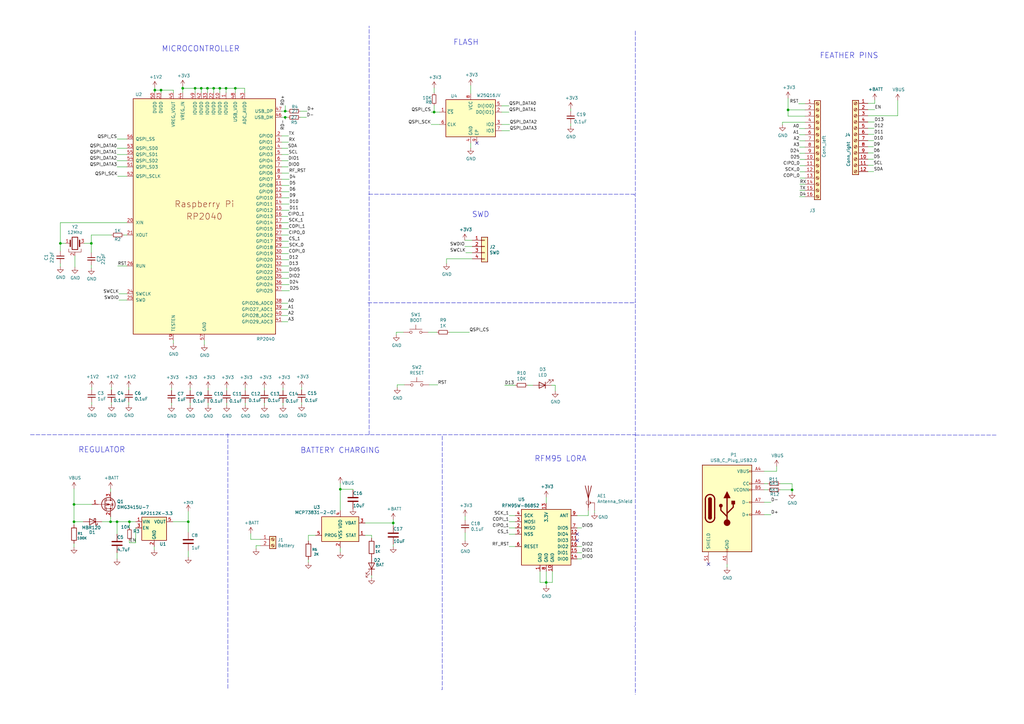
<source format=kicad_sch>
(kicad_sch (version 20211123) (generator eeschema)
  (paper "A3")
  (title_block (title "PicoWAN") (date "2021-01-30") (rev "1.0") (company "ElectronicCats") (comment 4 "Andres Sabas"))
  (junction (at 116.967 45.593))
  (junction (at 92.71 36.195))
  (junction (at 82.55 36.195))
  (junction (at 45.339 213.995))
  (junction (at 224.028 238.887))
  (junction (at 85.09 36.195))
  (junction (at 161.29 214.503))
  (junction (at 87.63 36.195))
  (junction (at 63.5 36.957))
  (junction (at 139.573 200.66))
  (junction (at 90.17 36.195))
  (junction (at 37.465 99.822))
  (junction (at 96.52 36.195))
  (junction (at 80.01 36.195))
  (junction (at 324.866 200.914))
  (junction (at 48.006 213.995))
  (junction (at 30.353 213.995))
  (junction (at 178.054 45.974))
  (junction (at 116.967 48.133))
  (junction (at 77.216 213.995))
  (junction (at 30.353 206.883))
  (junction (at 53.086 213.995))
  (junction (at 24.765 99.822))
  (junction (at 323.215 45.085))
  (junction (at 74.93 36.195))
  (junction (at 66.04 36.957))
  (no_connect (at 290.576 231.394))
  (no_connect (at 236.728 221.615))
  (no_connect (at 236.728 219.075))
  (no_connect (at 195.58 58.674))
  (wire (pts (xy 139.573 198.247) (xy 139.573 200.66)))
  (wire (pts (xy 208.788 211.455) (xy 211.328 211.455)))
  (wire (pts (xy 52.832 164.973) (xy 52.832 165.989)))
  (wire (pts (xy 236.728 224.155) (xy 238.633 224.155)))
  (wire (pts (xy 115.57 101.473) (xy 118.491 101.473)))
  (wire (pts (xy 313.436 211.074) (xy 316.23 211.074)))
  (wire (pts (xy 227.711 157.988) (xy 227.711 160.401)))
  (wire (pts (xy 330.2 57.785) (xy 327.914 57.785)))
  (wire (pts (xy 178.054 45.974) (xy 176.784 45.974)))
  (wire (pts (xy 126.492 219.583) (xy 129.413 219.583)))
  (wire (pts (xy 355.981 52.578) (xy 358.521 52.578)))
  (wire (pts (xy 221.488 234.315) (xy 221.488 238.887)))
  (wire (pts (xy 30.353 213.995) (xy 30.353 215.265)))
  (wire (pts (xy 190.754 213.36) (xy 190.754 211.709)))
  (wire (pts (xy 77.216 213.995) (xy 77.216 218.313)))
  (wire (pts (xy 45.72 159.893) (xy 45.72 158.877)))
  (polyline (pts (xy 260.477 124.206) (xy 260.477 123.825)))
  (wire (pts (xy 77.216 213.995) (xy 70.866 213.995)))
  (wire (pts (xy 52.07 57.023) (xy 48.006 57.023)))
  (wire (pts (xy 115.57 114.173) (xy 118.491 114.173)))
  (wire (pts (xy 330.2 80.645) (xy 327.914 80.645)))
  (wire (pts (xy 236.728 226.695) (xy 238.633 226.695)))
  (wire (pts (xy 115.57 78.613) (xy 118.618 78.613)))
  (wire (pts (xy 37.592 164.973) (xy 37.592 165.989)))
  (wire (pts (xy 115.57 93.853) (xy 118.364 93.853)))
  (wire (pts (xy 45.339 213.995) (xy 48.006 213.995)))
  (wire (pts (xy 330.2 62.865) (xy 327.914 62.865)))
  (wire (pts (xy 37.592 159.893) (xy 37.592 158.877)))
  (wire (pts (xy 115.57 126.873) (xy 118.11 126.873)))
  (wire (pts (xy 115.57 88.773) (xy 118.11 88.773)))
  (wire (pts (xy 52.07 109.093) (xy 48.26 109.093)))
  (wire (pts (xy 87.63 37.973) (xy 87.63 36.195)))
  (wire (pts (xy 180.34 45.974) (xy 178.054 45.974)))
  (wire (pts (xy 87.63 36.195) (xy 90.17 36.195)))
  (wire (pts (xy 48.006 213.995) (xy 48.006 219.075)))
  (wire (pts (xy 139.573 200.66) (xy 139.573 209.423)))
  (wire (pts (xy 115.57 91.313) (xy 118.364 91.313)))
  (wire (pts (xy 80.01 36.195) (xy 82.55 36.195)))
  (wire (pts (xy 175.641 136.271) (xy 179.197 136.271)))
  (wire (pts (xy 52.07 96.393) (xy 50.8 96.393)))
  (wire (pts (xy 30.353 206.883) (xy 30.353 200.406)))
  (wire (pts (xy 100.584 160.147) (xy 100.584 159.131)))
  (polyline (pts (xy 151.257 79.629) (xy 260.096 79.629)))
  (wire (pts (xy 70.358 165.227) (xy 70.358 166.243)))
  (wire (pts (xy 85.09 36.195) (xy 87.63 36.195)))
  (wire (pts (xy 324.866 198.374) (xy 324.866 200.914)))
  (wire (pts (xy 355.981 67.818) (xy 358.267 67.818)))
  (wire (pts (xy 205.74 51.054) (xy 209.042 51.054)))
  (wire (pts (xy 313.436 193.294) (xy 318.516 193.294)))
  (wire (pts (xy 161.29 214.503) (xy 161.29 213.106)))
  (wire (pts (xy 55.626 216.535) (xy 55.626 222.631)))
  (wire (pts (xy 355.981 44.958) (xy 358.775 44.958)))
  (wire (pts (xy 115.57 60.833) (xy 118.11 60.833)))
  (wire (pts (xy 298.196 231.394) (xy 298.196 232.664)))
  (wire (pts (xy 176.022 157.861) (xy 179.578 157.861)))
  (wire (pts (xy 102.87 221.234) (xy 102.87 218.821)))
  (polyline (pts (xy 12.446 178.308) (xy 260.604 178.308)))
  (wire (pts (xy 162.941 157.861) (xy 162.941 158.877)))
  (wire (pts (xy 323.215 47.625) (xy 323.215 45.085)))
  (wire (pts (xy 193.04 58.674) (xy 193.04 60.706)))
  (wire (pts (xy 37.465 109.982) (xy 37.465 108.712)))
  (wire (pts (xy 193.675 103.632) (xy 191.008 103.632)))
  (wire (pts (xy 77.216 209.677) (xy 77.216 213.995)))
  (wire (pts (xy 330.2 67.945) (xy 328.041 67.945)))
  (wire (pts (xy 85.344 160.147) (xy 85.344 159.131)))
  (wire (pts (xy 149.733 214.503) (xy 161.29 214.503)))
  (wire (pts (xy 330.2 75.565) (xy 328.041 75.565)))
  (wire (pts (xy 115.57 55.753) (xy 118.364 55.753)))
  (wire (pts (xy 236.728 211.455) (xy 241.3 211.455)))
  (wire (pts (xy 115.57 45.593) (xy 116.967 45.593)))
  (wire (pts (xy 236.728 216.535) (xy 238.633 216.535)))
  (wire (pts (xy 82.55 36.195) (xy 85.09 36.195)))
  (wire (pts (xy 37.465 96.393) (xy 45.72 96.393)))
  (wire (pts (xy 224.028 238.887) (xy 224.028 234.315)))
  (wire (pts (xy 85.09 37.973) (xy 85.09 36.195)))
  (wire (pts (xy 208.788 216.535) (xy 211.328 216.535)))
  (polyline (pts (xy 260.096 79.629) (xy 260.096 80.137)))
  (wire (pts (xy 115.57 58.293) (xy 118.364 58.293)))
  (wire (pts (xy 149.733 219.583) (xy 152.4 219.583)))
  (polyline (pts (xy 260.35 256.921) (xy 260.096 256.921)))
  (wire (pts (xy 45.72 164.973) (xy 45.72 165.989)))
  (wire (pts (xy 180.34 51.054) (xy 176.784 51.054)))
  (wire (pts (xy 236.728 229.235) (xy 238.633 229.235)))
  (wire (pts (xy 24.765 99.822) (xy 24.765 102.997)))
  (wire (pts (xy 115.57 116.713) (xy 118.618 116.713)))
  (wire (pts (xy 116.967 45.593) (xy 118.11 45.593)))
  (wire (pts (xy 34.163 213.995) (xy 30.353 213.995)))
  (wire (pts (xy 330.2 52.705) (xy 327.787 52.705)))
  (wire (pts (xy 74.93 36.195) (xy 74.93 35.433)))
  (wire (pts (xy 183.134 106.172) (xy 193.675 106.172)))
  (wire (pts (xy 320.929 50.165) (xy 330.2 50.165)))
  (wire (pts (xy 52.07 72.263) (xy 48.26 72.263)))
  (wire (pts (xy 161.29 214.503) (xy 161.29 215.646)))
  (wire (pts (xy 208.788 219.075) (xy 211.328 219.075)))
  (wire (pts (xy 48.006 226.695) (xy 48.006 229.235)))
  (wire (pts (xy 115.57 63.373) (xy 118.364 63.373)))
  (wire (pts (xy 52.07 60.833) (xy 48.006 60.833)))
  (wire (pts (xy 115.57 109.093) (xy 118.491 109.093)))
  (wire (pts (xy 115.57 106.553) (xy 118.491 106.553)))
  (wire (pts (xy 152.4 219.583) (xy 152.4 220.726)))
  (wire (pts (xy 368.173 47.498) (xy 368.173 41.148)))
  (wire (pts (xy 63.5 36.957) (xy 66.04 36.957)))
  (wire (pts (xy 53.086 213.995) (xy 48.006 213.995)))
  (wire (pts (xy 205.74 43.434) (xy 208.788 43.434)))
  (wire (pts (xy 55.626 222.631) (xy 53.086 222.631)))
  (wire (pts (xy 330.2 60.325) (xy 327.914 60.325)))
  (wire (pts (xy 330.2 42.545) (xy 327.533 42.545)))
  (wire (pts (xy 115.57 86.233) (xy 118.618 86.233)))
  (wire (pts (xy 100.584 165.227) (xy 100.584 166.243)))
  (wire (pts (xy 139.573 226.441) (xy 139.573 224.663)))
  (wire (pts (xy 41.783 213.995) (xy 45.339 213.995)))
  (wire (pts (xy 30.353 206.883) (xy 30.353 213.995)))
  (wire (pts (xy 123.698 159.893) (xy 123.698 158.877)))
  (wire (pts (xy 355.981 62.738) (xy 358.267 62.738)))
  (wire (pts (xy 234.061 45.593) (xy 234.061 44.577)))
  (wire (pts (xy 70.358 160.147) (xy 70.358 159.131)))
  (wire (pts (xy 92.964 160.147) (xy 92.964 159.131)))
  (wire (pts (xy 45.339 211.963) (xy 45.339 213.995)))
  (wire (pts (xy 115.57 119.253) (xy 118.745 119.253)))
  (wire (pts (xy 92.964 165.227) (xy 92.964 166.243)))
  (wire (pts (xy 45.339 200.406) (xy 45.339 201.803)))
  (wire (pts (xy 52.07 65.913) (xy 48.006 65.913)))
  (wire (pts (xy 115.57 73.533) (xy 118.618 73.533)))
  (wire (pts (xy 71.12 139.573) (xy 71.12 140.843)))
  (wire (pts (xy 96.52 37.973) (xy 96.52 36.195)))
  (wire (pts (xy 320.04 198.374) (xy 324.866 198.374)))
  (wire (pts (xy 324.866 200.914) (xy 324.866 201.93)))
  (polyline (pts (xy 150.876 124.206) (xy 260.477 124.206)))
  (polyline (pts (xy 181.356 178.816) (xy 181.356 282.829)))
  (wire (pts (xy 190.754 218.44) (xy 190.754 221.742)))
  (wire (pts (xy 226.568 238.887) (xy 226.568 234.315)))
  (wire (pts (xy 116.967 49.022) (xy 116.967 48.133)))
  (wire (pts (xy 24.765 91.313) (xy 24.765 99.822)))
  (polyline (pts (xy 582.803 258.953) (xy 582.803 260.604)))
  (wire (pts (xy 318.516 193.294) (xy 318.516 191.262)))
  (wire (pts (xy 355.981 42.418) (xy 358.775 42.418)))
  (wire (pts (xy 165.862 157.861) (xy 162.941 157.861)))
  (wire (pts (xy 115.57 65.913) (xy 118.237 65.913)))
  (wire (pts (xy 115.57 48.133) (xy 116.967 48.133)))
  (wire (pts (xy 184.277 136.271) (xy 192.532 136.271)))
  (wire (pts (xy 123.698 164.973) (xy 123.698 165.989)))
  (wire (pts (xy 108.458 165.227) (xy 108.458 166.243)))
  (wire (pts (xy 115.57 111.633) (xy 118.491 111.633)))
  (wire (pts (xy 226.187 157.988) (xy 227.711 157.988)))
  (wire (pts (xy 115.57 131.953) (xy 118.11 131.953)))
  (wire (pts (xy 165.481 136.271) (xy 162.56 136.271)))
  (wire (pts (xy 90.17 36.195) (xy 92.71 36.195)))
  (wire (pts (xy 320.04 200.914) (xy 324.866 200.914)))
  (wire (pts (xy 330.2 45.085) (xy 323.215 45.085)))
  (wire (pts (xy 193.675 101.092) (xy 190.627 101.092)))
  (wire (pts (xy 358.775 42.418) (xy 358.775 41.021)))
  (polyline (pts (xy 260.604 12.7) (xy 260.604 284.861)))
  (wire (pts (xy 53.086 216.535) (xy 53.086 213.995)))
  (wire (pts (xy 355.981 70.358) (xy 358.394 70.358)))
  (wire (pts (xy 205.74 45.974) (xy 208.788 45.974)))
  (wire (pts (xy 355.981 60.198) (xy 358.267 60.198)))
  (wire (pts (xy 100.33 36.195) (xy 96.52 36.195)))
  (wire (pts (xy 105.029 223.774) (xy 106.807 223.774)))
  (wire (pts (xy 115.57 70.993) (xy 118.491 70.993)))
  (wire (pts (xy 355.981 50.038) (xy 358.648 50.038)))
  (wire (pts (xy 178.054 43.18) (xy 178.054 45.974)))
  (wire (pts (xy 126.492 221.869) (xy 126.492 219.583)))
  (wire (pts (xy 105.029 225.044) (xy 105.029 223.774)))
  (wire (pts (xy 74.93 37.973) (xy 74.93 36.195)))
  (wire (pts (xy 162.56 136.271) (xy 162.56 137.287)))
  (wire (pts (xy 115.57 124.333) (xy 118.11 124.333)))
  (wire (pts (xy 193.04 38.354) (xy 193.04 35.052)))
  (wire (pts (xy 243.84 210.312) (xy 243.84 209.423)))
  (wire (pts (xy 241.3 211.455) (xy 241.3 209.423)))
  (wire (pts (xy 330.2 73.025) (xy 328.041 73.025)))
  (wire (pts (xy 63.5 36.957) (xy 63.5 35.941)))
  (wire (pts (xy 224.028 238.887) (xy 226.568 238.887)))
  (wire (pts (xy 313.436 205.994) (xy 316.23 205.994)))
  (wire (pts (xy 178.054 38.1) (xy 178.054 36.068)))
  (wire (pts (xy 30.353 222.885) (xy 30.353 224.409)))
  (wire (pts (xy 24.765 99.822) (xy 26.924 99.822)))
  (wire (pts (xy 52.07 123.063) (xy 48.768 123.063)))
  (wire (pts (xy 52.832 159.893) (xy 52.832 158.877)))
  (wire (pts (xy 71.12 37.973) (xy 71.12 36.957)))
  (wire (pts (xy 37.465 96.393) (xy 37.465 99.822)))
  (polyline (pts (xy 260.604 178.435) (xy 408.559 178.435)))
  (wire (pts (xy 161.29 224.155) (xy 161.29 223.266)))
  (wire (pts (xy 208.788 213.995) (xy 211.328 213.995)))
  (wire (pts (xy 126.492 230.632) (xy 126.492 229.489)))
  (wire (pts (xy 90.17 37.973) (xy 90.17 36.195)))
  (wire (pts (xy 115.57 68.453) (xy 118.237 68.453)))
  (wire (pts (xy 52.07 68.453) (xy 48.006 68.453)))
  (wire (pts (xy 83.82 139.573) (xy 83.82 141.351)))
  (wire (pts (xy 106.807 221.234) (xy 102.87 221.234)))
  (wire (pts (xy 115.57 81.153) (xy 118.618 81.153)))
  (wire (pts (xy 52.07 91.313) (xy 24.765 91.313)))
  (wire (pts (xy 77.216 225.933) (xy 77.216 228.473)))
  (wire (pts (xy 63.5 37.973) (xy 63.5 36.957)))
  (wire (pts (xy 193.675 98.552) (xy 190.627 98.552)))
  (wire (pts (xy 63.246 225.425) (xy 63.246 224.155)))
  (wire (pts (xy 224.028 203.962) (xy 224.028 206.375)))
  (wire (pts (xy 205.74 53.594) (xy 209.042 53.594)))
  (wire (pts (xy 323.215 45.085) (xy 323.215 40.259)))
  (wire (pts (xy 37.465 99.822) (xy 37.465 103.632)))
  (wire (pts (xy 115.57 104.013) (xy 118.364 104.013)))
  (wire (pts (xy 85.344 165.227) (xy 85.344 166.243)))
  (wire (pts (xy 355.981 55.118) (xy 358.521 55.118)))
  (wire (pts (xy 100.33 37.973) (xy 100.33 36.195)))
  (wire (pts (xy 34.544 99.822) (xy 37.465 99.822)))
  (polyline (pts (xy 181.356 282.829) (xy 181.102 282.829)))
  (wire (pts (xy 183.134 106.172) (xy 183.134 108.077)))
  (wire (pts (xy 71.12 36.957) (xy 66.04 36.957)))
  (wire (pts (xy 55.626 213.995) (xy 53.086 213.995)))
  (wire (pts (xy 330.2 70.485) (xy 328.041 70.485)))
  (polyline (pts (xy 151.384 178.308) (xy 151.384 10.668)))
  (wire (pts (xy 77.978 160.147) (xy 77.978 159.131)))
  (wire (pts (xy 218.567 157.988) (xy 216.408 157.988)))
  (wire (pts (xy 208.788 224.155) (xy 211.328 224.155)))
  (wire (pts (xy 234.061 50.673) (xy 234.061 51.689)))
  (wire (pts (xy 123.19 48.133) (xy 125.73 48.133)))
  (wire (pts (xy 74.93 36.195) (xy 80.01 36.195)))
  (wire (pts (xy 330.2 55.245) (xy 327.787 55.245)))
  (wire (pts (xy 80.01 37.973) (xy 80.01 36.195)))
  (wire (pts (xy 53.086 222.631) (xy 53.086 221.615)))
  (wire (pts (xy 355.981 65.278) (xy 358.267 65.278)))
  (wire (pts (xy 152.4 235.966) (xy 152.4 236.982)))
  (wire (pts (xy 355.981 47.498) (xy 368.173 47.498)))
  (wire (pts (xy 116.078 160.147) (xy 116.078 159.131)))
  (wire (pts (xy 123.19 45.593) (xy 125.984 45.593)))
  (wire (pts (xy 24.765 109.347) (xy 24.765 108.077)))
  (wire (pts (xy 144.78 200.66) (xy 139.573 200.66)))
  (wire (pts (xy 115.57 96.393) (xy 118.364 96.393)))
  (wire (pts (xy 52.07 63.373) (xy 48.006 63.373)))
  (wire (pts (xy 92.71 36.195) (xy 92.71 37.973)))
  (wire (pts (xy 66.04 36.957) (xy 66.04 37.973)))
  (wire (pts (xy 30.353 206.883) (xy 37.719 206.883)))
  (wire (pts (xy 320.929 50.165) (xy 320.929 51.181)))
  (wire (pts (xy 96.52 36.195) (xy 92.71 36.195)))
  (wire (pts (xy 355.981 57.658) (xy 358.394 57.658)))
  (wire (pts (xy 116.078 165.227) (xy 116.078 166.243)))
  (polyline (pts (xy 260.604 283.083) (xy 260.731 283.083)))
  (wire (pts (xy 115.57 129.413) (xy 118.11 129.413)))
  (wire (pts (xy 30.734 109.601) (xy 30.734 104.902)))
  (wire (pts (xy 330.2 65.405) (xy 328.041 65.405)))
  (wire (pts (xy 144.78 201.041) (xy 144.78 200.66)))
  (wire (pts (xy 116.967 43.307) (xy 116.967 45.593)))
  (wire (pts (xy 52.07 120.523) (xy 48.768 120.523)))
  (wire (pts (xy 116.967 48.133) (xy 118.11 48.133)))
  (wire (pts (xy 82.55 37.973) (xy 82.55 36.195)))
  (wire (pts (xy 115.57 98.933) (xy 118.364 98.933)))
  (wire (pts (xy 108.458 160.147) (xy 108.458 159.131)))
  (wire (pts (xy 221.488 238.887) (xy 224.028 238.887)))
  (wire (pts (xy 77.978 165.227) (xy 77.978 166.243)))
  (wire (pts (xy 115.57 76.073) (xy 118.618 76.073)))
  (wire (pts (xy 313.436 198.374) (xy 314.96 198.374)))
  (polyline (pts (xy 93.472 177.8) (xy 93.472 282.702)))
  (wire (pts (xy 211.328 157.988) (xy 207.01 157.988)))
  (wire (pts (xy 330.2 78.105) (xy 328.041 78.105)))
  (wire (pts (xy 224.028 240.157) (xy 224.028 238.887)))
  (wire (pts (xy 313.436 200.914) (xy 314.96 200.914)))
  (wire (pts (xy 323.215 47.625) (xy 330.2 47.625)))
  (wire (pts (xy 115.57 83.693) (xy 118.618 83.693)))
  (text "SWD" (at 193.548 89.408 0) (effects (font (size 2.2606 2.2606)) (justify left bottom)))
  (text "FLASH" (at 185.928 18.796 0) (effects (font (size 2.2606 2.2606)) (justify left bottom)))
  (text "REGULATOR" (at 32.131 185.928 0) (effects (font (size 2.2606 2.2606)) (justify left bottom)))
  (text "FEATHER PINS" (at 336.169 24.257 0) (effects (font (size 2.2606 2.2606)) (justify left bottom)))
  (text "MICROCONTROLLER" (at 66.294 21.463 0) (effects (font (size 2.2606 2.2606)) (justify left bottom)))
  (text "BATTERY CHARGING" (at 123.19 186.182 0) (effects (font (size 2.2606 2.2606)) (justify left bottom)))
  (text "RFM95 LORA" (at 219.202 189.611 0) (effects (font (size 2.2606 2.2606)) (justify left bottom)))
  (label "D13" (at 358.648 50.038 0))
  (label "RF_RST" (at 208.788 224.155 180))
  (label "DIO1" (at 118.237 65.913 0))
  (label "DIO2" (at 238.633 224.155 0))
  (label "SDA" (at 118.11 60.833 0))
  (label "CIPO_1" (at 118.11 88.773 0))
  (label "D13" (at 207.01 157.988 0))
  (label "A1" (at 118.11 126.873 0))
  (label "QSPI_DATA0" (at 208.788 43.434 0))
  (label "CS_1" (at 118.364 98.933 0))
  (label "D10" (at 358.394 57.658 0))
  (label "CS_1" (at 208.788 219.075 180))
  (label "RST" (at 48.26 109.093 0))
  (label "D25" (at 118.745 119.253 0))
  (label "QSPI_DATA3" (at 48.006 68.453 180))
  (label "RD-" (at 116.967 49.022 270))
  (label "QSPI_SCK" (at 176.784 51.054 180))
  (label "COPI_0" (at 328.041 73.025 180))
  (label "D5" (at 358.267 65.278 0))
  (label "RX" (at 118.364 58.293 0))
  (label "SWDIO" (at 48.768 123.063 180))
  (label "D-" (at 316.23 205.994 0))
  (label "D-" (at 125.73 48.133 0))
  (label "SCK_0" (at 328.041 70.485 180))
  (label "QSPI_DATA0" (at 48.006 60.833 180))
  (label "RD+" (at 116.967 43.307 90))
  (label "QSPI_DATA2" (at 209.042 51.054 0))
  (label "D24" (at 327.914 62.865 180))
  (label "DIO2" (at 118.491 114.173 0))
  (label "D5" (at 118.618 76.073 0))
  (label "A0" (at 118.11 124.333 0))
  (label "A3" (at 327.914 60.325 180))
  (label "RF_RST" (at 118.491 70.993 0))
  (label "D13" (at 118.491 109.093 0))
  (label "A2" (at 118.11 129.413 0))
  (label "SDA" (at 358.394 70.358 0))
  (label "TX" (at 118.364 55.753 0))
  (label "A0" (at 327.787 52.705 180))
  (label "EN" (at 53.213 222.631 0))
  (label "D11" (at 358.521 55.118 0))
  (label "D12" (at 358.521 52.578 0))
  (label "D+" (at 125.984 45.593 0))
  (label "D4" (at 118.618 73.533 0))
  (label "COPI_1" (at 208.788 213.995 180))
  (label "SCK_0" (at 118.491 101.473 0))
  (label "D12" (at 118.491 106.553 0))
  (label "TX" (at 328.041 78.105 0))
  (label "QSPI_DATA3" (at 209.042 53.594 0))
  (label "QSPI_CS" (at 176.784 45.974 180))
  (label "RST" (at 327.533 42.545 180))
  (label "QSPI_SCK" (at 48.26 72.263 180))
  (label "SWCLK" (at 48.768 120.523 180))
  (label "SCL" (at 358.267 67.818 0))
  (label "A2" (at 327.914 57.785 180))
  (label "DIO5" (at 238.633 216.535 0))
  (label "COPI_1" (at 118.364 93.853 0))
  (label "D+" (at 316.23 211.074 0))
  (label "DIO0" (at 238.633 229.235 0))
  (label "SCK_1" (at 208.788 211.455 180))
  (label "QSPI_CS" (at 192.532 136.271 0))
  (label "D24" (at 118.618 116.713 0))
  (label "D25" (at 328.041 65.405 180))
  (label "D6" (at 118.618 78.613 0))
  (label "DIO5" (at 118.491 111.633 0))
  (label "DIO1" (at 238.633 226.695 0))
  (label "SCL" (at 118.364 63.373 0))
  (label "A1" (at 327.787 55.245 180))
  (label "QSPI_CS" (at 48.006 57.023 180))
  (label "DIO0" (at 118.237 68.453 0))
  (label "EN" (at 358.775 44.958 0))
  (label "D9" (at 118.618 81.153 0))
  (label "CIPO_1" (at 208.788 216.535 180))
  (label "CIPO_0" (at 328.041 67.945 180))
  (label "D6" (at 358.267 62.738 0))
  (label "SWDIO" (at 190.627 101.092 180))
  (label "D9" (at 358.267 60.198 0))
  (label "QSPI_DATA1" (at 48.006 63.373 180))
  (label "QSPI_DATA1" (at 208.788 45.974 0))
  (label "COPI_0" (at 118.364 104.013 0))
  (label "SWCLK" (at 191.008 103.632 180))
  (label "A3" (at 118.11 131.953 0))
  (label "SCK_1" (at 118.364 91.313 0))
  (label "D10" (at 118.618 83.693 0))
  (label "D4" (at 327.914 80.645 0))
  (label "RX" (at 328.041 75.565 0))
  (label "CIPO_0" (at 118.364 96.393 0))
  (label "QSPI_DATA2" (at 48.006 65.913 180))
  (label "D11" (at 118.618 86.233 0))
  (label "RST" (at 179.578 157.861 0))
  (symbol (lib_id "Device:C") (at 77.216 222.123 0) (unit 1)
    (property "Reference" "C8" (at 78.486 219.583 0) (effects (justify left)))
    (property "Value" "1uF" (at 78.486 224.663 0) (effects (justify left)))
    (property "Footprint" "Capacitor_SMD:C_0402_1005Metric" (effects hide))
    (property "Datasheet" "https://lcsc.com/product-detail/Multilayer-Ceramic-Capacitors-MLCC-SMD-SMT_muRata_GRM155R60J105KE19D_1uF-105-10-6-3V_C15684.html" (effects hide))
    (property "manf#" "GRM155R60J105KE19D" (effects hide))
    (property "LCSC#" "C15684" (effects hide))
  )
  (symbol (lib_id "Device:C") (at 48.006 222.885 0) (unit 1)
    (property "Reference" "C5" (at 48.006 220.345 0) (effects (justify left)))
    (property "Value" "4.7uF" (at 48.006 225.425 0) (effects (justify left)))
    (property "Footprint" "Capacitor_SMD:C_0402_1005Metric" (effects hide))
    (property "Datasheet" "https://lcsc.com/product-detail/Multilayer-Ceramic-Capacitors-MLCC-SMD-SMT_Samsung-Electro-Mechanics-CL05A475MQ5NRNC_C307423.html" (effects hide))
    (property "manf#" "CL05A475MQ5NRNC" (effects hide))
    (property "LCSC#" "C307423" (effects hide))
  )
  (symbol (lib_id "Connector:Screw_Terminal_01x16") (at 335.28 60.325 0) (unit 1)
    (property "Reference" "J3" (at 333.1972 86.36 0))
    (property "Value" "Conn_left" (at 337.947 60.071 90))
    (property "Footprint" "Connector_PinHeader_2.54mm:PinHeader_1x16_P2.54mm_Vertical" (effects hide))
  )
  (symbol (lib_id "Connector:Screw_Terminal_01x12") (at 350.901 55.118 0) (mirror y) (unit 1)
    (property "Reference" "J4" (at 348.869 55.3212 0) (effects (justify left)))
    (property "Value" "Conn_right" (at 347.98 68.326 90) (effects (justify left)))
    (property "Footprint" "Connector_PinHeader_2.54mm:PinHeader_1x12_P2.54mm_Vertical" (effects hide))
  )
  (symbol (lib_id "power:+3V3") (at 323.215 40.259 0) (unit 1)
    (property "Reference" "#PWR062" (effects hide))
    (property "Value" "+3V3" (at 323.596 35.8648 0))
  )
  (symbol (lib_id "power:+BATT") (at 358.775 41.021 0) (unit 1)
    (property "Reference" "#PWR064" (effects hide))
    (property "Value" "+BATT" (at 359.156 36.6268 0))
  )
  (symbol (lib_id "power:VBUS") (at 368.173 41.148 0) (unit 1)
    (property "Reference" "#PWR065" (effects hide))
    (property "Value" "VBUS" (at 368.554 36.7538 0))
  )
  (symbol (lib_id "power:GND") (at 320.929 51.181 0) (unit 1)
    (property "Reference" "#PWR061" (effects hide))
    (property "Value" "GND" (at 321.056 55.5752 0))
  )
  (symbol (lib_id "Diode:MBR340") (at 37.973 213.995 180) (unit 1)
    (property "Reference" "D1" (at 37.846 218.313 0))
    (property "Value" "MBR120" (at 37.465 216.408 0))
    (property "Footprint" "Diode_SMD:D_SOD-123F" (effects hide))
    (property "Datasheet" "https://lcsc.com/product-detail/Schottky-Barrier-Diodes-SBD_ON-Semiconductor-MBR120VLSFT1G_C223608.html" (effects hide))
    (property "manf#" "MBR120VLSFT1G" (effects hide))
    (property "LCSC#" "C223608" (effects hide))
  )
  (symbol (lib_id "Device:R") (at 30.353 219.075 0) (unit 1)
    (property "Reference" "R1" (at 32.893 218.821 0) (effects (font (size 1.016 1.016))))
    (property "Value" "100K" (at 33.655 220.726 0) (effects (font (size 1.016 1.016))))
    (property "Footprint" "Resistor_SMD:R_0603_1608Metric" (effects hide))
    (property "Datasheet" "https://lcsc.com/product-detail/Chip-Resistor-Surface-Mount_UNI-ROYAL-Uniroyal-Elec-0603WAJ0104T5E_C15458.html" (effects hide))
    (property "manf#" "0603WAJ0104T5E" (effects hide))
    (property "LCSC#" "C15458" (effects hide))
  )
  (symbol (lib_id "power:+BATT") (at 45.339 200.406 0) (unit 1)
    (property "Reference" "#PWR06" (effects hide))
    (property "Value" "+BATT" (at 45.72 196.0118 0))
  )
  (symbol (lib_id "Battery_Management:MCP73831-2-OT") (at 139.573 217.043 0) (unit 1)
    (property "Reference" "U3" (at 129.921 208.026 0))
    (property "Value" "MCP73831-2-OT" (at 129.413 210.185 0))
    (property "Footprint" "Package_TO_SOT_SMD:SOT-23-5" (effects hide))
    (property "Datasheet" "https://lcsc.com/product-detail/PMIC-Battery-Management_Microchip-Tech-MCP73831T-2ACI-OT_C424093.html" (effects hide))
    (property "manf#" "MCP73831T-2ACI/OT" (effects hide))
    (property "LCSC#" "C424093" (effects hide))
  )
  (symbol (lib_id "Device:R") (at 126.492 225.679 0) (unit 1)
    (property "Reference" "R6" (at 129.032 225.425 0) (effects (font (size 1.016 1.016))))
    (property "Value" "2K" (at 129.794 227.33 0) (effects (font (size 1.016 1.016))))
    (property "Footprint" "Resistor_SMD:R_0603_1608Metric" (effects hide))
    (property "Datasheet" "https://lcsc.com/product-detail/Chip-Resistor-Surface-Mount_UNI-ROYAL-Uniroyal-Elec-0603WAJ0202T5E_C25590.html" (effects hide))
    (property "manf#" "0603WAJ0202T5E" (effects hide))
    (property "LCSC#" "C25590" (effects hide))
  )
  (symbol (lib_id "power:GND") (at 126.492 230.632 0) (unit 1)
    (property "Reference" "#PWR037" (effects hide))
    (property "Value" "GND" (effects hide))
  )
  (symbol (lib_id "Device:R") (at 152.4 224.536 0) (unit 1)
    (property "Reference" "R7" (at 154.94 224.282 0) (effects (font (size 1.016 1.016))))
    (property "Value" "1K" (at 154.94 226.187 0) (effects (font (size 1.016 1.016))))
    (property "Footprint" "Resistor_SMD:R_0402_1005Metric" (effects hide))
    (property "Datasheet" "https://lcsc.com/product-detail/Chip-Resistor-Surface-Mount_Walsin-Tech-Corp-Walsin-Tech-Corp-1KR-102-5_C384390.html" (effects hide))
    (property "manf#" "WR04X102JTL" (effects hide))
    (property "LCSC#" "C384390" (effects hide))
  )
  (symbol (lib_id "Device:LED") (at 152.4 232.156 270) (mirror x) (unit 1)
    (property "Reference" "D2" (at 154.686 229.743 90))
    (property "Value" "BAT" (at 155.829 231.648 90))
    (property "Footprint" "LED_SMD:LED_0603_1608Metric" (effects hide))
    (property "Datasheet" "https://lcsc.com/product-detail/Light-Emitting-Diodes-LED_Orient-ORH-G36G_C205443.html" (effects hide))
    (property "manf#" "ORH-G36G" (effects hide))
    (property "LCSC#" "C205443" (effects hide))
  )
  (symbol (lib_id "power:GND") (at 139.573 226.441 0) (unit 1)
    (property "Reference" "#PWR039" (effects hide))
    (property "Value" "GND" (effects hide))
  )
  (symbol (lib_id "Device:C") (at 161.29 219.456 0) (unit 1)
    (property "Reference" "C17" (at 161.29 216.916 0) (effects (justify left)))
    (property "Value" "10uF" (at 161.29 221.996 0) (effects (justify left)))
    (property "Footprint" "Capacitor_SMD:C_0402_1005Metric" (effects hide))
    (property "Datasheet" "https://lcsc.com/product-detail/Multilayer-Ceramic-Capacitors-MLCC-SMD-SMT_Samsung-Electro-Mechanics-CL05A106MQ5NUNC_C15525.html" (effects hide))
    (property "manf#" "CL05A106MQ5NUNC" (effects hide))
    (property "LCSC#" "C15525" (effects hide))
  )
  (symbol (lib_id "power:+BATT") (at 161.29 213.106 0) (unit 1)
    (property "Reference" "#PWR042" (effects hide))
    (property "Value" "+BATT" (at 161.671 208.7118 0))
  )
  (symbol (lib_id "power:GND") (at 161.29 224.155 0) (unit 1)
    (property "Reference" "#PWR043" (effects hide))
    (property "Value" "GND" (effects hide))
  )
  (symbol (lib_id "Device:C") (at 144.78 204.851 0) (unit 1)
    (property "Reference" "C16" (at 144.78 202.311 0) (effects (justify left)))
    (property "Value" "10uF" (at 144.78 207.391 0) (effects (justify left)))
    (property "Footprint" "Capacitor_SMD:C_0402_1005Metric" (effects hide))
    (property "Datasheet" "https://lcsc.com/product-detail/Multilayer-Ceramic-Capacitors-MLCC-SMD-SMT_Samsung-Electro-Mechanics-CL05A106MQ5NUNC_C15525.html" (effects hide))
    (property "manf#" "CL05A106MQ5NUNC" (effects hide))
    (property "LCSC#" "C15525" (effects hide))
  )
  (symbol (lib_id "power:GND") (at 144.78 208.661 0) (unit 1)
    (property "Reference" "#PWR040" (effects hide))
    (property "Value" "GND" (effects hide))
  )
  (symbol (lib_id "RF_Module:RFM95W-868S2") (at 224.028 219.075 0) (unit 1)
    (property "Reference" "U5" (at 213.868 204.851 0))
    (property "Value" "RFM95W-868S2" (at 213.487 207.391 0))
    (property "Footprint" "RF_Module:HOPERF_RFM9XW_SMD" (effects hide))
    (property "Datasheet" "https://www.seeedstudio.com/RFM95-Ultra-long-Range-Transceiver-Module-LoRa-Module-support-868M-frequency-p-2807.html" (effects hide))
  )
  (symbol (lib_id "power:GND") (at 224.028 240.157 0) (unit 1)
    (property "Reference" "#PWR054" (effects hide))
    (property "Value" "GND" (at 224.155 244.5512 0))
  )
  (symbol (lib_id "Device:C_Small") (at 190.754 215.9 0) (unit 1)
    (property "Reference" "C18" (at 193.0908 214.7316 0) (effects (justify left)))
    (property "Value" "0.1uF" (at 193.0908 217.043 0) (effects (justify left)))
    (property "Footprint" "Capacitor_SMD:C_0402_1005Metric" (effects hide))
    (property "Datasheet" "https://lcsc.com/product-detail/Multilayer-Ceramic-Capacitors-MLCC-SMD-SMT_YAGEO-CC0402ZRY5V7BB104_C106209.html" (effects hide))
    (property "LCSC#" "C106209" (effects hide))
    (property "manf#" "CC0402ZRY5V7BB104" (effects hide))
  )
  (symbol (lib_id "power:+3.3V") (at 190.754 211.709 0) (unit 1)
    (property "Reference" "#PWR049" (effects hide))
    (property "Value" "+3.3V" (at 191.135 207.3148 0))
  )
  (symbol (lib_id "power:GND") (at 190.754 221.742 0) (unit 1)
    (property "Reference" "#PWR050" (effects hide))
    (property "Value" "GND" (at 190.881 226.1362 0))
  )
  (symbol (lib_id "Device:Antenna_Shield") (at 241.3 204.343 0) (unit 1)
    (property "Reference" "AE1" (at 244.9576 203.3524 0) (effects (justify left)))
    (property "Value" "Antenna_Shield" (at 244.9576 205.6638 0) (effects (justify left)))
    (property "Footprint" "Connectors:MOLEX_1661" (effects hide))
    (property "Datasheet" "https://lcsc.com/product-detail/RF-Connectors-Coaxial-Connectors_HRS-Hirose-U-FL-R-SMT-1-10_C88373.html" (effects hide))
    (property "LCSC#" "C88373" (effects hide))
    (property "manf#" "U.FL-R-SMT-1(10)" (effects hide))
  )
  (symbol (lib_id "power:GND") (at 243.84 210.312 0) (unit 1)
    (property "Reference" "#PWR058" (effects hide))
    (property "Value" "GND" (at 247.396 212.09 0))
  )
  (symbol (lib_id "power:+3.3V") (at 224.028 203.962 0) (unit 1)
    (property "Reference" "#PWR053" (effects hide))
    (property "Value" "+3.3V" (at 224.409 199.5678 0))
  )
  (symbol (lib_id "power:GND") (at 77.216 228.473 0) (unit 1)
    (property "Reference" "#PWR019" (effects hide))
    (property "Value" "GND" (effects hide))
  )
  (symbol (lib_id "power:GND") (at 48.006 229.235 0) (unit 1)
    (property "Reference" "#PWR09" (effects hide))
    (property "Value" "GND" (effects hide))
  )
  (symbol (lib_id "power:+3V3") (at 77.216 209.677 0) (unit 1)
    (property "Reference" "#PWR018" (effects hide))
    (property "Value" "+3V3" (at 77.216 206.121 0) (effects (font (size 1.016 1.016))))
  )
  (symbol (lib_id "power:GND") (at 30.353 224.409 0) (unit 1)
    (property "Reference" "#PWR03" (effects hide))
    (property "Value" "GND" (effects hide))
  )
  (symbol (lib_id "Connector:Screw_Terminal_01x02") (at 111.887 221.234 0) (unit 1)
    (property "Reference" "J1" (at 113.919 221.4372 0) (effects (justify left)))
    (property "Value" "Battery" (at 113.919 223.7486 0) (effects (justify left)))
    (property "Footprint" "pico-wan:JST_S2B-PH-SM4-TB(LF)(SN)" (effects hide))
    (property "Datasheet" "https://lcsc.com/product-detail/Wire-To-Board-Wire-To-Wire-Connector_JST-Sales-America-S2B-PH-SM4-TB-LF-SN_C295747.html" (effects hide))
    (property "manf#" "S2B-PH-SM4-TB(LF)(SN)" (effects hide))
    (property "LCSC#" "C295747" (effects hide))
  )
  (symbol (lib_id "power:+BATT") (at 102.87 218.821 0) (unit 1)
    (property "Reference" "#PWR029" (effects hide))
    (property "Value" "+BATT" (at 103.251 214.4268 0))
  )
  (symbol (lib_id "power:GND") (at 105.029 225.044 0) (unit 1)
    (property "Reference" "#PWR030" (effects hide))
    (property "Value" "GND" (effects hide))
  )
  (symbol (lib_id "power:GND") (at 152.4 236.982 0) (unit 1)
    (property "Reference" "#PWR041" (effects hide))
    (property "Value" "GND" (effects hide))
  )
  (symbol (lib_id "PicoWAN-rescue:AP2112K-3.3-Regulator_Linear") (at 63.246 216.535 0) (unit 1)
    (property "Reference" "U1" (at 66.802 223.139 0))
    (property "Value" "AP2112K-3.3" (at 64.262 210.566 0))
    (property "Footprint" "Package_TO_SOT_SMD:SOT-23-5" (effects hide))
    (property "Datasheet" "https://lcsc.com/product-detail/Dropout-Regulators-LDO_Diodes-Incorporated-AP2112K-3-3TRG1_C51118.html" (effects hide))
    (property "LCSC#" "C51118" (effects hide))
    (property "manf#" "AP2112K-3.3TRG1" (effects hide))
  )
  (symbol (lib_id "power:GND") (at 63.246 225.425 0) (unit 1)
    (property "Reference" "#PWR012" (effects hide))
    (property "Value" "GND" (effects hide))
  )
  (symbol (lib_id "power:VBUS") (at 139.573 198.247 0) (unit 1)
    (property "Reference" "#PWR038" (effects hide))
    (property "Value" "VBUS" (at 142.748 198.12 0))
  )
  (symbol (lib_id "PicoWAN-rescue:RP2040-MCU_RaspberryPi_and_Boards-PicoWAN-rescue-PicoWAN-rescue") (at 83.82 88.773 0) (unit 1)
    (property "Reference" "U2" (at 56.896 38.735 0))
    (property "Value" "RP2040" (at 108.966 139.065 0))
    (property "Footprint" "MCU_RaspberryPi_and_Boards:RP2040-QFN-56" (effects hide))
  )
  (symbol (lib_id "power:+1V2") (at 63.5 35.941 0) (unit 1)
    (property "Reference" "#PWR013" (effects hide))
    (property "Value" "+1V2" (at 63.881 31.5468 0))
  )
  (symbol (lib_id "power:+3V3") (at 74.93 35.433 0) (unit 1)
    (property "Reference" "#PWR017" (effects hide))
    (property "Value" "+3V3" (at 75.311 31.0388 0))
  )
  (symbol (lib_id "power:GND") (at 83.82 141.351 0) (unit 1)
    (property "Reference" "#PWR022" (effects hide))
    (property "Value" "GND" (at 83.947 145.7452 0))
  )
  (symbol (lib_id "power:GND") (at 71.12 140.843 0) (unit 1)
    (property "Reference" "#PWR016" (effects hide))
    (property "Value" "GND" (at 71.247 145.2372 0))
  )
  (symbol (lib_id "Device:C_Small") (at 24.765 105.537 0) (unit 1)
    (property "Reference" "C1" (at 18.9484 105.537 90))
    (property "Value" "22pF" (at 21.2598 105.537 90))
    (property "Footprint" "Capacitor_SMD:C_0402_1005Metric" (effects hide))
    (property "Datasheet" "https://lcsc.com/product-detail/New-Arrivals_Chinocera-HGC0402G0220J500NTEJ_C482483.html" (effects hide))
    (property "LCSC#" "C482483" (effects hide))
    (property "manf#" "HGC0402G0220J500NTEJ" (effects hide))
  )
  (symbol (lib_id "Device:C_Small") (at 37.465 106.172 0) (unit 1)
    (property "Reference" "C2" (at 40.513 106.172 90))
    (property "Value" "22pF" (at 42.291 106.172 90))
    (property "Footprint" "Capacitor_SMD:C_0402_1005Metric" (effects hide))
    (property "Datasheet" "https://lcsc.com/product-detail/New-Arrivals_Chinocera-HGC0402G0220J500NTEJ_C482483.html" (effects hide))
    (property "LCSC#" "C482483" (effects hide))
    (property "manf#" "HGC0402G0220J500NTEJ" (effects hide))
  )
  (symbol (lib_id "Device:R_Small") (at 48.26 96.393 90) (unit 1)
    (property "Reference" "R2" (at 48.26 98.171 90))
    (property "Value" "1K" (at 48.26 94.615 90))
    (property "Footprint" "Resistor_SMD:R_0402_1005Metric" (effects hide))
    (property "Datasheet" "https://lcsc.com/product-detail/Chip-Resistor-Surface-Mount_Walsin-Tech-Corp-Walsin-Tech-Corp-1KR-102-5_C384390.html" (effects hide))
    (property "LCSC#" "C384390" (effects hide))
    (property "manf#" "WR04X102JTL" (effects hide))
  )
  (symbol (lib_id "Device:R_Small") (at 53.086 219.075 0) (unit 1)
    (property "Reference" "R3" (at 54.5846 217.9066 0) (effects (justify left)))
    (property "Value" "10K" (at 49.53 216.154 0) (effects (justify left)))
    (property "Footprint" "Resistor_SMD:R_0402_1005Metric" (effects hide))
    (property "Datasheet" "https://lcsc.com/product-detail/Chip-Resistor-Surface-Mount_FH-Guangdong-Fenghua-Advanced-Tech-RC-02W103JT_C140214.html" (effects hide))
    (property "LCSC#" "C140214" (effects hide))
    (property "manf#" "RC-02W103JT" (effects hide))
  )
  (symbol (lib_id "Memory_Flash:W25Q32JVZP") (at 193.04 48.514 0) (unit 1)
    (property "Reference" "U4" (at 186.182 39.37 0))
    (property "Value" "W25Q16JV" (at 200.406 39.116 0))
    (property "Footprint" "hunter-cat-nfc:PSON50P200X300X50-9N" (effects hide))
    (property "Datasheet" "https://www.mouser.mx/ProductDetail/Winbond/W25Q16JVUXIQ-TR/?qs=%2Fha2pyFaduiS2uR9HYi5HkA%252B2tQKEnSsT8O6AY%252BoxISO7oyUQiPPXw%3D%3D" (effects hide))
    (property "manf#" "W25Q16JVUXIQ" (effects hide))
    (property "LCSC#" "454-W25Q16JVUXIQTR" (effects hide))
  )
  (symbol (lib_id "power:+3V3") (at 193.04 35.052 0) (unit 1)
    (property "Reference" "#PWR051" (effects hide))
    (property "Value" "+3V3" (at 193.421 30.6578 0))
  )
  (symbol (lib_id "power:GND") (at 193.04 60.706 0) (unit 1)
    (property "Reference" "#PWR052" (effects hide))
    (property "Value" "GND" (at 193.167 65.1002 0))
  )
  (symbol (lib_id "Device:C_Small") (at 37.592 162.433 0) (unit 1)
    (property "Reference" "C3" (at 39.9288 161.2646 0) (effects (justify left)))
    (property "Value" "1uF" (at 39.9288 163.576 0) (effects (justify left)))
    (property "Footprint" "Capacitor_SMD:C_0402_1005Metric" (effects hide))
    (property "Datasheet" "https://lcsc.com/product-detail/Multilayer-Ceramic-Capacitors-MLCC-SMD-SMT_muRata_GRM155R60J105KE19D_1uF-105-10-6-3V_C15684.html" (effects hide))
    (property "LCSC#" "C15684" (effects hide))
    (property "manf#" "GRM155R60J105KE19D" (effects hide))
  )
  (symbol (lib_id "power:GND") (at 37.592 165.989 0) (unit 1)
    (property "Reference" "#PWR05" (effects hide))
    (property "Value" "GND" (at 37.719 170.3832 0))
  )
  (symbol (lib_id "power:+1V2") (at 37.592 158.877 0) (unit 1)
    (property "Reference" "#PWR04" (effects hide))
    (property "Value" "+1V2" (at 37.973 154.4828 0))
  )
  (symbol (lib_id "Device:C_Small") (at 45.72 162.433 0) (unit 1)
    (property "Reference" "C4" (at 48.0568 161.2646 0) (effects (justify left)))
    (property "Value" "0.1uF" (at 46.482 164.211 0) (effects (justify left)))
    (property "Footprint" "Capacitor_SMD:C_0402_1005Metric" (effects hide))
    (property "Datasheet" "https://lcsc.com/product-detail/Multilayer-Ceramic-Capacitors-MLCC-SMD-SMT_YAGEO-CC0402ZRY5V7BB104_C106209.html" (effects hide))
    (property "LCSC#" "C106209" (effects hide))
    (property "manf#" "CC0402ZRY5V7BB104" (effects hide))
  )
  (symbol (lib_id "power:GND") (at 45.72 165.989 0) (unit 1)
    (property "Reference" "#PWR08" (effects hide))
    (property "Value" "GND" (at 45.847 170.3832 0))
  )
  (symbol (lib_id "power:+1V2") (at 45.72 158.877 0) (unit 1)
    (property "Reference" "#PWR07" (effects hide))
    (property "Value" "+1V2" (at 46.101 154.4828 0))
  )
  (symbol (lib_id "Device:C_Small") (at 52.832 162.433 0) (unit 1)
    (property "Reference" "C6" (at 55.1688 161.2646 0) (effects (justify left)))
    (property "Value" "0.1uF" (at 55.1688 163.576 0) (effects (justify left)))
    (property "Footprint" "Capacitor_SMD:C_0402_1005Metric" (effects hide))
    (property "Datasheet" "https://lcsc.com/product-detail/Multilayer-Ceramic-Capacitors-MLCC-SMD-SMT_YAGEO-CC0402ZRY5V7BB104_C106209.html" (effects hide))
    (property "LCSC#" "C106209" (effects hide))
    (property "manf#" "CC0402ZRY5V7BB104" (effects hide))
  )
  (symbol (lib_id "power:GND") (at 52.832 165.989 0) (unit 1)
    (property "Reference" "#PWR011" (effects hide))
    (property "Value" "GND" (at 52.959 170.3832 0))
  )
  (symbol (lib_id "power:+1V2") (at 52.832 158.877 0) (unit 1)
    (property "Reference" "#PWR010" (effects hide))
    (property "Value" "+1V2" (at 53.213 154.4828 0))
  )
  (symbol (lib_id "Device:C_Small") (at 70.358 162.687 0) (unit 1)
    (property "Reference" "C7" (at 72.6948 161.5186 0) (effects (justify left)))
    (property "Value" "1uF" (at 72.6948 163.83 0) (effects (justify left)))
    (property "Footprint" "Capacitor_SMD:C_0402_1005Metric" (effects hide))
    (property "Datasheet" "https://lcsc.com/product-detail/Multilayer-Ceramic-Capacitors-MLCC-SMD-SMT_muRata_GRM155R60J105KE19D_1uF-105-10-6-3V_C15684.html" (effects hide))
    (property "LCSC#" "C15684" (effects hide))
    (property "manf#" "GRM155R60J105KE19D" (effects hide))
  )
  (symbol (lib_id "power:GND") (at 70.358 166.243 0) (unit 1)
    (property "Reference" "#PWR015" (effects hide))
    (property "Value" "GND" (at 70.485 170.6372 0))
  )
  (symbol (lib_id "power:+3V3") (at 70.358 159.131 0) (unit 1)
    (property "Reference" "#PWR014" (effects hide))
    (property "Value" "+3V3" (at 70.739 154.7368 0))
  )
  (symbol (lib_id "Device:C_Small") (at 77.978 162.687 0) (unit 1)
    (property "Reference" "C9" (at 80.3148 161.5186 0) (effects (justify left)))
    (property "Value" "0.1uF" (at 78.994 164.465 0) (effects (justify left)))
    (property "Footprint" "Capacitor_SMD:C_0402_1005Metric" (effects hide))
    (property "Datasheet" "https://lcsc.com/product-detail/Multilayer-Ceramic-Capacitors-MLCC-SMD-SMT_YAGEO-CC0402ZRY5V7BB104_C106209.html" (effects hide))
    (property "LCSC#" "C106209" (effects hide))
    (property "manf#" "CC0402ZRY5V7BB104" (effects hide))
  )
  (symbol (lib_id "power:GND") (at 77.978 166.243 0) (unit 1)
    (property "Reference" "#PWR021" (effects hide))
    (property "Value" "GND" (at 78.105 170.6372 0))
  )
  (symbol (lib_id "power:+3V3") (at 77.978 159.131 0) (unit 1)
    (property "Reference" "#PWR020" (effects hide))
    (property "Value" "+3V3" (at 78.359 154.7368 0))
  )
  (symbol (lib_id "Device:C_Small") (at 85.344 162.687 0) (unit 1)
    (property "Reference" "C10" (at 87.6808 161.5186 0) (effects (justify left)))
    (property "Value" "0.1uF" (at 86.106 164.465 0) (effects (justify left)))
    (property "Footprint" "Capacitor_SMD:C_0402_1005Metric" (effects hide))
    (property "Datasheet" "https://lcsc.com/product-detail/Multilayer-Ceramic-Capacitors-MLCC-SMD-SMT_YAGEO-CC0402ZRY5V7BB104_C106209.html" (effects hide))
    (property "LCSC#" "C106209" (effects hide))
    (property "manf#" "CC0402ZRY5V7BB104" (effects hide))
  )
  (symbol (lib_id "power:GND") (at 85.344 166.243 0) (unit 1)
    (property "Reference" "#PWR024" (effects hide))
    (property "Value" "GND" (at 85.471 170.6372 0))
  )
  (symbol (lib_id "power:+3V3") (at 85.344 159.131 0) (unit 1)
    (property "Reference" "#PWR023" (effects hide))
    (property "Value" "+3V3" (at 85.725 154.7368 0))
  )
  (symbol (lib_id "Device:C_Small") (at 92.964 162.687 0) (unit 1)
    (property "Reference" "C11" (at 95.3008 161.5186 0) (effects (justify left)))
    (property "Value" "0.1uF" (at 93.98 164.465 0) (effects (justify left)))
    (property "Footprint" "Capacitor_SMD:C_0402_1005Metric" (effects hide))
    (property "Datasheet" "https://lcsc.com/product-detail/Multilayer-Ceramic-Capacitors-MLCC-SMD-SMT_YAGEO-CC0402ZRY5V7BB104_C106209.html" (effects hide))
    (property "LCSC#" "C106209" (effects hide))
    (property "manf#" "CC0402ZRY5V7BB104" (effects hide))
  )
  (symbol (lib_id "power:GND") (at 92.964 166.243 0) (unit 1)
    (property "Reference" "#PWR026" (effects hide))
    (property "Value" "GND" (at 93.091 170.6372 0))
  )
  (symbol (lib_id "power:+3V3") (at 92.964 159.131 0) (unit 1)
    (property "Reference" "#PWR025" (effects hide))
    (property "Value" "+3V3" (at 93.345 154.7368 0))
  )
  (symbol (lib_id "Device:C_Small") (at 100.584 162.687 0) (unit 1)
    (property "Reference" "C12" (at 102.9208 161.5186 0) (effects (justify left)))
    (property "Value" "0.1uF" (at 101.854 164.211 0) (effects (justify left)))
    (property "Footprint" "Capacitor_SMD:C_0402_1005Metric" (effects hide))
    (property "Datasheet" "https://lcsc.com/product-detail/Multilayer-Ceramic-Capacitors-MLCC-SMD-SMT_YAGEO-CC0402ZRY5V7BB104_C106209.html" (effects hide))
    (property "LCSC#" "C106209" (effects hide))
    (property "manf#" "CC0402ZRY5V7BB104" (effects hide))
  )
  (symbol (lib_id "power:GND") (at 100.584 166.243 0) (unit 1)
    (property "Reference" "#PWR028" (effects hide))
    (property "Value" "GND" (at 100.711 170.6372 0))
  )
  (symbol (lib_id "power:+3V3") (at 100.584 159.131 0) (unit 1)
    (property "Reference" "#PWR027" (effects hide))
    (property "Value" "+3V3" (at 100.965 154.7368 0))
  )
  (symbol (lib_id "Device:C_Small") (at 234.061 48.133 0) (unit 1)
    (property "Reference" "C19" (at 236.3978 46.9646 0) (effects (justify left)))
    (property "Value" "0.1uF" (at 235.331 49.911 0) (effects (justify left)))
    (property "Footprint" "Capacitor_SMD:C_0402_1005Metric" (effects hide))
    (property "Datasheet" "https://lcsc.com/product-detail/Multilayer-Ceramic-Capacitors-MLCC-SMD-SMT_YAGEO-CC0402ZRY5V7BB104_C106209.html" (effects hide))
    (property "LCSC#" "C106209" (effects hide))
    (property "manf#" "CC0402ZRY5V7BB104" (effects hide))
  )
  (symbol (lib_id "power:GND") (at 234.061 51.689 0) (unit 1)
    (property "Reference" "#PWR057" (effects hide))
    (property "Value" "GND" (at 234.188 56.0832 0))
  )
  (symbol (lib_id "power:+3V3") (at 234.061 44.577 0) (unit 1)
    (property "Reference" "#PWR056" (effects hide))
    (property "Value" "+3V3" (at 234.442 40.1828 0))
  )
  (symbol (lib_id "Device:C_Small") (at 108.458 162.687 0) (unit 1)
    (property "Reference" "C13" (at 110.7948 161.5186 0) (effects (justify left)))
    (property "Value" "0.1uF" (at 109.728 164.211 0) (effects (justify left)))
    (property "Footprint" "Capacitor_SMD:C_0402_1005Metric" (effects hide))
    (property "Datasheet" "https://lcsc.com/product-detail/Multilayer-Ceramic-Capacitors-MLCC-SMD-SMT_YAGEO-CC0402ZRY5V7BB104_C106209.html" (effects hide))
    (property "LCSC#" "C106209" (effects hide))
    (property "manf#" "CC0402ZRY5V7BB104" (effects hide))
  )
  (symbol (lib_id "power:GND") (at 108.458 166.243 0) (unit 1)
    (property "Reference" "#PWR032" (effects hide))
    (property "Value" "GND" (at 108.585 170.6372 0))
  )
  (symbol (lib_id "power:+3V3") (at 108.458 159.131 0) (unit 1)
    (property "Reference" "#PWR031" (effects hide))
    (property "Value" "+3V3" (at 108.839 154.7368 0))
  )
  (symbol (lib_id "Device:C_Small") (at 116.078 162.687 0) (unit 1)
    (property "Reference" "C14" (at 118.4148 161.5186 0) (effects (justify left)))
    (property "Value" "0.1uF" (at 117.094 164.465 0) (effects (justify left)))
    (property "Footprint" "Capacitor_SMD:C_0402_1005Metric" (effects hide))
    (property "Datasheet" "https://lcsc.com/product-detail/Multilayer-Ceramic-Capacitors-MLCC-SMD-SMT_YAGEO-CC0402ZRY5V7BB104_C106209.html" (effects hide))
    (property "LCSC#" "C106209" (effects hide))
    (property "manf#" "CC0402ZRY5V7BB104" (effects hide))
  )
  (symbol (lib_id "power:GND") (at 116.078 166.243 0) (unit 1)
    (property "Reference" "#PWR034" (effects hide))
    (property "Value" "GND" (at 116.205 170.6372 0))
  )
  (symbol (lib_id "power:+3V3") (at 116.078 159.131 0) (unit 1)
    (property "Reference" "#PWR033" (effects hide))
    (property "Value" "+3V3" (at 116.459 154.7368 0))
  )
  (symbol (lib_id "Device:C_Small") (at 123.698 162.433 0) (unit 1)
    (property "Reference" "C15" (at 126.0348 161.2646 0) (effects (justify left)))
    (property "Value" "0.1uF" (at 124.968 164.211 0) (effects (justify left)))
    (property "Footprint" "Capacitor_SMD:C_0402_1005Metric" (effects hide))
    (property "Datasheet" "https://lcsc.com/product-detail/Multilayer-Ceramic-Capacitors-MLCC-SMD-SMT_YAGEO-CC0402ZRY5V7BB104_C106209.html" (effects hide))
    (property "LCSC#" "C106209" (effects hide))
    (property "manf#" "CC0402ZRY5V7BB104" (effects hide))
  )
  (symbol (lib_id "power:GND") (at 123.698 165.989 0) (unit 1)
    (property "Reference" "#PWR036" (effects hide))
    (property "Value" "GND" (at 123.825 170.3832 0))
  )
  (symbol (lib_id "power:+3V3") (at 123.698 158.877 0) (unit 1)
    (property "Reference" "#PWR035" (effects hide))
    (property "Value" "+3V3" (at 124.079 154.4828 0))
  )
  (symbol (lib_id "Device:R_Small") (at 178.054 40.64 0) (unit 1)
    (property "Reference" "R8" (at 174.498 41.91 0) (effects (justify left)))
    (property "Value" "10K" (at 173.228 40.132 0) (effects (justify left)))
    (property "Footprint" "Resistor_SMD:R_0402_1005Metric" (effects hide))
    (property "Datasheet" "https://lcsc.com/product-detail/Chip-Resistor-Surface-Mount_FH-Guangdong-Fenghua-Advanced-Tech-RC-02W103JT_C140214.html" (effects hide))
    (property "LCSC#" "C140214" (effects hide))
    (property "manf#" "RC-02W103JT" (effects hide))
  )
  (symbol (lib_id "power:+3V3") (at 178.054 36.068 0) (unit 1)
    (property "Reference" "#PWR046" (effects hide))
    (property "Value" "+3V3" (at 178.435 31.6738 0))
  )
  (symbol (lib_id "PicoWAN-rescue:USB_C_Plug_USB2.0-Connector") (at 298.196 208.534 0) (unit 1)
    (property "Reference" "P1" (at 300.9138 186.5122 0))
    (property "Value" "USB_C_Plug_USB2.0" (at 300.9138 188.8236 0))
    (property "Datasheet" "https://lcsc.com/product-detail/USB-Connectors_SHOU-HAN-TYPE-C16PIN_C393939.html" (effects hide))
    (property "LCSC#" "C393939" (effects hide))
    (property "manf#" "TYPE-C16PIN" (effects hide))
  )
  (symbol (lib_id "Device:R_Small") (at 317.5 198.374 270) (unit 1)
    (property "Reference" "R11" (at 317.246 196.596 90))
    (property "Value" "5K1" (at 317.5 198.247 90))
    (property "Footprint" "Resistor_SMD:R_0603_1608Metric" (effects hide))
    (property "Datasheet" "https://lcsc.com/product-detail/Chip-Resistor-Surface-Mount_KOA-Speer-Elec-RK73B1JTTD512J_C131715.html" (effects hide))
    (property "LCSC#" "C131715" (effects hide))
    (property "manf#" "RK73B1JTTD512J" (effects hide))
  )
  (symbol (lib_id "Device:R_Small") (at 317.5 200.914 270) (unit 1)
    (property "Reference" "R12" (at 317.754 202.692 90))
    (property "Value" "5K1" (at 317.5 200.914 90))
    (property "Footprint" "Resistor_SMD:R_0603_1608Metric" (effects hide))
    (property "Datasheet" "https://lcsc.com/product-detail/Chip-Resistor-Surface-Mount_KOA-Speer-Elec-RK73B1JTTD512J_C131715.html" (effects hide))
    (property "LCSC#" "C131715" (effects hide))
    (property "manf#" "RK73B1JTTD512J" (effects hide))
  )
  (symbol (lib_id "power:GND") (at 324.866 201.93 0) (unit 1)
    (property "Reference" "#PWR063" (effects hide))
    (property "Value" "GND" (at 324.993 206.3242 0))
  )
  (symbol (lib_id "power:VBUS") (at 318.516 191.262 0) (unit 1)
    (property "Reference" "#PWR060" (effects hide))
    (property "Value" "VBUS" (at 318.897 186.8678 0))
  )
  (symbol (lib_id "power:GND") (at 298.196 232.664 0) (unit 1)
    (property "Reference" "#PWR059" (effects hide))
    (property "Value" "GND" (at 298.323 237.0582 0))
  )
  (symbol (lib_id "Device:R_Small") (at 120.65 45.593 270) (unit 1)
    (property "Reference" "R4" (at 120.904 43.815 90))
    (property "Value" "27" (at 120.904 45.593 90))
    (property "Footprint" "Resistor_SMD:R_0402_1005Metric" (effects hide))
    (property "Datasheet" "https://lcsc.com/product-detail/Chip-Resistor-Surface-Mount_Walsin-Tech-Corp-Walsin-Tech-Corp-27R-270-5_C384351.html" (effects hide))
    (property "LCSC#" "C384351" (effects hide))
    (property "manf#" "WR04X270JTL" (effects hide))
  )
  (symbol (lib_id "Device:R_Small") (at 120.65 48.133 270) (unit 1)
    (property "Reference" "R5" (at 120.65 50.165 90))
    (property "Value" "27" (at 120.65 48.133 90))
    (property "Footprint" "Resistor_SMD:R_0402_1005Metric" (effects hide))
    (property "Datasheet" "https://lcsc.com/product-detail/Chip-Resistor-Surface-Mount_Walsin-Tech-Corp-Walsin-Tech-Corp-27R-270-5_C384351.html" (effects hide))
    (property "LCSC#" "C384351" (effects hide))
    (property "manf#" "WR04X270JTL" (effects hide))
  )
  (symbol (lib_id "Connector_Generic:Conn_01x04") (at 198.755 101.092 0) (unit 1)
    (property "Reference" "J2" (at 200.787 101.2952 0) (effects (justify left)))
    (property "Value" "SWD" (at 200.787 103.6066 0) (effects (justify left)))
    (property "Footprint" "Connector_PinHeader_2.54mm:PinHeader_1x04_P2.54mm_Vertical" (effects hide))
  )
  (symbol (lib_id "Device:Q_PMOS_GSD") (at 42.799 206.883 0) (unit 1)
    (property "Reference" "Q1" (at 47.9806 205.7146 0) (effects (justify left)))
    (property "Value" "DMG3415U-7" (at 47.9806 208.026 0) (effects (justify left)))
    (property "Footprint" "Package_TO_SOT_SMD:SOT-23" (effects hide))
    (property "Datasheet" "https://lcsc.com/product-detail/MOSFET_Diodes-Incorporated-DMG3415U-7_C96616.html" (effects hide))
    (property "LCSC#" "C96616" (effects hide))
    (property "manf#" "DMG3415U-7" (effects hide))
  )
  (symbol (lib_id "Switch:SW_Push") (at 170.942 157.861 0) (unit 1)
    (property "Reference" "SW2" (at 170.942 150.622 0))
    (property "Value" "RESET" (at 170.942 152.9334 0))
    (property "Footprint" "KiCadLibraries:TS1088R02026" (effects hide))
    (property "Datasheet" "https://lcsc.com/product-detail/Tactile-Switches_XUNPU-TS-1088R-02526_C455281.html" (effects hide))
    (property "LCSC#" "C455281" (effects hide))
    (property "manf#" "TS-1088R-02526" (effects hide))
  )
  (symbol (lib_id "power:GND") (at 162.941 158.877 0) (unit 1)
    (property "Reference" "#PWR045" (effects hide))
    (property "Value" "GND" (at 163.068 163.2712 0))
  )
  (symbol (lib_id "Switch:SW_Push") (at 170.561 136.271 0) (unit 1)
    (property "Reference" "SW1" (at 170.561 129.032 0))
    (property "Value" "BOOT" (at 170.561 131.3434 0))
    (property "Footprint" "KiCadLibraries:TS1088R02026" (effects hide))
    (property "Datasheet" "https://lcsc.com/product-detail/Tactile-Switches_XUNPU-TS-1088R-02526_C455281.html" (effects hide))
    (property "LCSC#" "C455281" (effects hide))
    (property "manf#" "TS-1088R-02526" (effects hide))
  )
  (symbol (lib_id "power:GND") (at 162.56 137.287 0) (unit 1)
    (property "Reference" "#PWR044" (effects hide))
    (property "Value" "GND" (at 162.687 141.6812 0))
  )
  (symbol (lib_id "Device:R_Small") (at 181.737 136.271 270) (unit 1)
    (property "Reference" "R9" (at 181.737 131.2926 90))
    (property "Value" "1K" (at 181.737 133.604 90))
    (property "Footprint" "Resistor_SMD:R_0402_1005Metric" (effects hide))
    (property "Datasheet" "https://lcsc.com/product-detail/Chip-Resistor-Surface-Mount_Walsin-Tech-Corp-Walsin-Tech-Corp-1KR-102-5_C384390.html" (effects hide))
    (property "LCSC#" "C384390" (effects hide))
    (property "manf#" "WR04X102JTL" (effects hide))
  )
  (symbol (lib_id "Device:LED") (at 222.377 157.988 180) (unit 1)
    (property "Reference" "D3" (at 222.5548 151.511 0))
    (property "Value" "LED" (at 222.5548 153.8224 0))
    (property "Footprint" "LED_SMD:LED_0603_1608Metric" (effects hide))
    (property "Datasheet" "https://lcsc.com/product-detail/Light-Emitting-Diodes-LED_ARKLED-Wuxi-ARK-Tech-Elec-D-060306R1-SS2-L_C118330.html" (effects hide))
    (property "LCSC#" "C118330" (effects hide))
    (property "manf#" "D-060306R1/SS2/L" (effects hide))
  )
  (symbol (lib_id "Device:R_Small") (at 213.868 157.988 270) (unit 1)
    (property "Reference" "R10" (at 213.868 153.0096 90))
    (property "Value" "10K" (at 213.868 155.321 90))
    (property "Footprint" "Resistor_SMD:R_0402_1005Metric" (effects hide))
    (property "Datasheet" "https://lcsc.com/product-detail/Chip-Resistor-Surface-Mount_FH-Guangdong-Fenghua-Advanced-Tech-RC-02W103JT_C140214.html" (effects hide))
    (property "LCSC#" "C140214" (effects hide))
    (property "manf#" "RC-02W103JT" (effects hide))
  )
  (symbol (lib_id "power:GND") (at 227.711 160.401 0) (unit 1)
    (property "Reference" "#PWR055" (effects hide))
    (property "Value" "GND" (at 227.838 164.7952 0))
  )
  (symbol (lib_id "power:GND") (at 24.765 109.347 0) (unit 1)
    (property "Reference" "#PWR0101" (effects hide))
    (property "Value" "GND" (at 24.892 113.7412 0))
  )
  (symbol (lib_id "power:GND") (at 37.465 109.982 0) (unit 1)
    (property "Reference" "#PWR0102" (effects hide))
    (property "Value" "GND" (at 37.592 114.3762 0))
  )
  (symbol (lib_id "power:+3V3") (at 190.627 98.552 0) (unit 1)
    (property "Reference" "#PWR048" (effects hide))
    (property "Value" "+3V3" (at 191.008 94.1578 0))
  )
  (symbol (lib_id "power:GND") (at 183.134 108.077 0) (unit 1)
    (property "Reference" "#PWR047" (effects hide))
    (property "Value" "GND" (at 183.261 112.4712 0))
  )
  (symbol (lib_id "power:GND") (at 30.734 109.601 0) (unit 1)
    (property "Reference" "#PWR0103" (effects hide))
    (property "Value" "GND" (at 30.861 113.9952 0))
  )
  (symbol (lib_id "Device:Crystal_GND2") (at 30.734 99.822 0) (unit 1)
    (property "Reference" "Y2" (at 30.734 93.0148 0))
    (property "Value" "12Mhz" (at 30.734 95.3262 0))
    (property "Footprint" "Crystal:Crystal_SMD_2520-4Pin_2.5x2.0mm" (effects hide))
    (property "Datasheet" "https://lcsc.com/product-detail/SMD-Crystal-Resonators_JWT-CM4012M00020T8188026_C709001.html" (effects hide))
    (property "manf#" "CM4012M00020T8188026" (effects hide))
    (property "LCSC#" "C709001" (effects hide))
  )
  (symbol (lib_id "power:VBUS") (at 30.353 200.406 0) (unit 1)
    (property "Reference" "#PWR02" (effects hide))
    (property "Value" "VBUS" (at 30.734 196.0118 0))
  )
)
</source>
